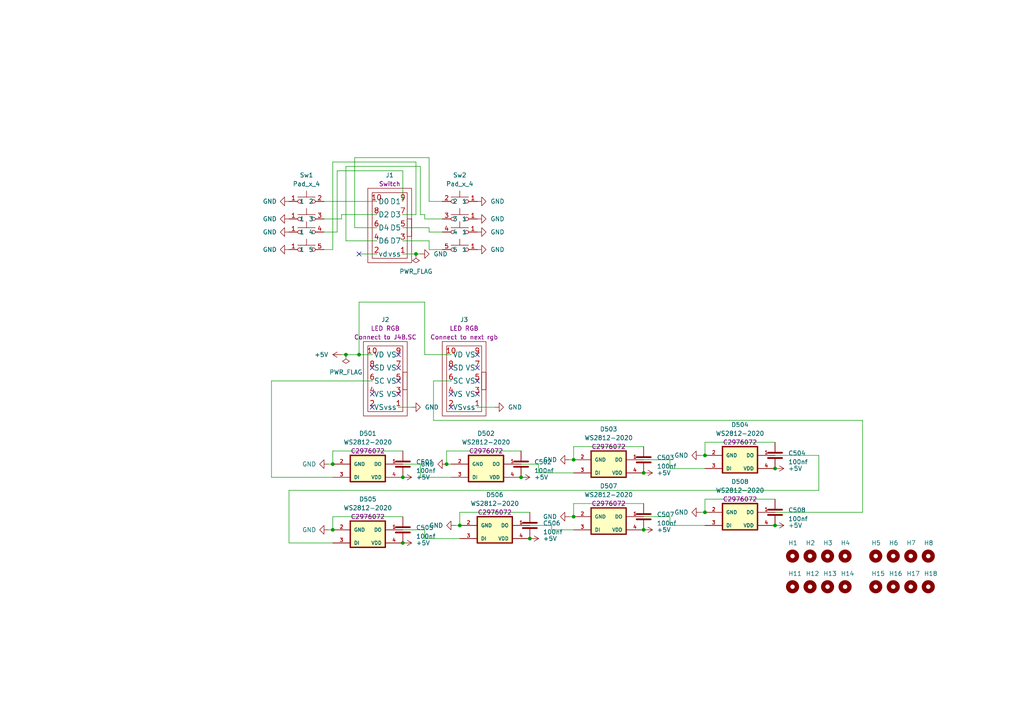
<source format=kicad_sch>
(kicad_sch (version 20230121) (generator eeschema)
  (paper "A4")
  (lib_symbols
    (symbol "IDC-Header_2x05_P2.54mm_Vertical_1"
      (property "Reference" "J2" (at 0 17.78 0))
      (property "Champ4" "LED RGB" (at 0 15.24 0))
      (property "Champ5" "Connect to J4B.SC" (at 0 12.7 0))
      (symbol "IDC-Header_2x05_P2.54mm_Vertical_1_0_1"
        (rectangle (start -6.35 -10.16) (end 6.35 11.43))
        (rectangle (start -5.08 -8.89) (end 5.08 10.16))
        (rectangle (start 5.08 -2.54) (end 6.35 2.54))
      )
      (symbol "IDC-Header_2x05_P2.54mm_Vertical_1_1_1"
        (pin passive line (at 3.81 -7.62 180) (length 0) (name "vss") (number "1"))
        (pin passive line (at -3.81 7.62 0) (length 0) (name "VD") (number "10"))
        (pin passive line (at -3.81 -7.62 0) (length 0) (name "VS") (number "2"))
        (pin passive line (at 3.81 -3.81 180) (length 0) (name "VS") (number "3"))
        (pin passive line (at -3.81 -3.81 0) (length 0) (name "VS") (number "4"))
        (pin passive line (at 3.81 0 180) (length 0) (name "VS") (number "5"))
        (pin passive line (at -3.81 0 0) (length 0) (name "SC") (number "6"))
        (pin passive line (at 3.81 3.81 180) (length 0) (name "VS") (number "7"))
        (pin passive line (at -3.81 3.81 0) (length 0) (name "SD") (number "8"))
        (pin passive line (at 3.81 7.62 180) (length 0) (name "VS") (number "9"))
      )
    )
    (symbol "Mechanical:MountingHole" (pin_names (offset 1.016))
      (property "Reference" "H" (at 0 5.08 0))
      (property "Value" "MountingHole" (at 0 3.175 0))
      (symbol "MountingHole_0_1"
        (circle (center 0 0) (radius 1.27) (stroke (width 1.27)))
      )
    )
    (symbol "ksir_2023:C-100nf" (pin_numbers hide) (pin_names (offset 0.254))
      (property "Reference" "C1" (at 3.81 1.2701 0))
      (property "Value" "100nf" (at 3.81 -1.2699 0))
      (symbol "C-100nf_0_1"
        (polyline (pts (xy -2.032 -0.762) (xy 2.032 -0.762)) (stroke (width 0.508)))
        (polyline (pts (xy -2.032 0.762) (xy 2.032 0.762)) (stroke (width 0.508)))
      )
      (symbol "C-100nf_1_1"
        (pin passive line (at 0 3.81 270) (length 2.794) (name "~") (number "1"))
        (pin passive line (at 0 -3.81 90) (length 2.794) (name "~") (number "2"))
      )
    )
    (symbol "ksir_2023:IDC-Header_2x05_P2.54mm_Vertical"
      (property "Reference" "J?" (at 0 16.51 0))
      (property "Value" "IDC-Header_2x05_P2.54mm_Vertical" (at 0 13.97 0))
      (symbol "IDC-Header_2x05_P2.54mm_Vertical_0_1"
        (rectangle (start -6.35 -10.16) (end 6.35 11.43))
        (rectangle (start -5.08 -8.89) (end 5.08 10.16))
        (rectangle (start 5.08 -2.54) (end 6.35 2.54))
      )
      (symbol "IDC-Header_2x05_P2.54mm_Vertical_1_1"
        (pin passive line (at 3.81 -7.62 180) (length 0) (name "vss") (number "1"))
        (pin passive line (at -3.81 7.62 0) (length 0) (name "D0") (number "10"))
        (pin passive line (at -3.81 -7.62 0) (length 0) (name "vd") (number "2"))
        (pin passive line (at 3.81 -3.81 180) (length 0) (name "D7") (number "3"))
        (pin passive line (at -3.81 -3.81 0) (length 0) (name "D6") (number "4"))
        (pin passive line (at 3.81 0 180) (length 0) (name "D5") (number "5"))
        (pin passive line (at -3.81 0 0) (length 0) (name "D4") (number "6"))
        (pin passive line (at 3.81 3.81 180) (length 0) (name "D3") (number "7"))
        (pin passive line (at -3.81 3.81 0) (length 0) (name "D2") (number "8"))
        (pin passive line (at 3.81 7.62 180) (length 0) (name "D1") (number "9"))
      )
    )
    (symbol "ksir_2023:Pad_x_4"
      (property "Reference" "Sw" (at 0 8.89 0))
      (property "Value" "Pad_x_4" (at 0 7.62 0))
      (symbol "Pad_x_4_0_1"
        (circle (center -2.032 -11.43) (radius 0.508))
        (circle (center -2.032 -6.35) (radius 0.508))
        (circle (center -2.032 -2.54) (radius 0.508))
        (circle (center -2.032 2.54) (radius 0.508))
        (polyline (pts (xy 0 -10.16) (xy 0 -8.382)))
        (polyline (pts (xy 0 -5.08) (xy 0 -3.302)))
        (polyline (pts (xy 0 -1.27) (xy 0 0.508)))
        (polyline (pts (xy 0 3.81) (xy 0 5.588)))
        (polyline (pts (xy 2.54 -10.16) (xy -2.54 -10.16)))
        (polyline (pts (xy 2.54 -5.08) (xy -2.54 -5.08)))
        (polyline (pts (xy 2.54 -1.27) (xy -2.54 -1.27)))
        (polyline (pts (xy 2.54 3.81) (xy -2.54 3.81)))
        (circle (center 2.032 -11.43) (radius 0.508))
        (circle (center 2.032 -6.35) (radius 0.508))
        (circle (center 2.032 -2.54) (radius 0.508))
        (circle (center 2.032 2.54) (radius 0.508))
        (pin passive line (at -5.08 -11.43 0) (length 2.54) (name "1") (number "1"))
        (pin passive line (at -5.08 -6.35 0) (length 2.54) (name "1") (number "1"))
        (pin passive line (at -5.08 -2.54 0) (length 2.54) (name "1") (number "1"))
        (pin passive line (at -5.08 2.54 0) (length 2.54) (name "1") (number "1"))
        (pin passive line (at 5.08 2.54 180) (length 2.54) (name "2") (number "2"))
        (pin passive line (at 5.08 -2.54 180) (length 2.54) (name "3") (number "3"))
        (pin passive line (at 5.08 -6.35 180) (length 2.54) (name "4") (number "4"))
        (pin passive line (at 5.08 -11.43 180) (length 2.54) (name "5") (number "5"))
      )
    )
    (symbol "ksir_2023:WS2812-2020_1" (pin_names (offset 1.016))
      (property "Reference" "D1" (at 0 8.89 0))
      (property "Value" "WS2812-2020" (at 0 6.35 0))
      (property "JLCPCB Part #" "C2976072" (at 0 0 0))
      (symbol "WS2812-2020_1_0_0"
        (rectangle (start -5.08 3.81) (end 5.08 -3.81) (stroke (width 0.4064)) (fill (type background)))
        (pin output line (at 10.16 1.27 180) (length 5.08) (name "DO") (number "1"))
        (pin power_in line (at -10.16 1.27 0) (length 5.08) (name "GND") (number "2"))
        (pin input line (at -10.16 -2.54 0) (length 5.08) (name "DI") (number "3"))
        (pin power_in line (at 10.16 -2.54 180) (length 5.08) (name "VDD") (number "4"))
      )
    )
    (symbol "power:+5V" (power) (pin_names (offset 0))
      (property "Value" "+5V" (at 0 3.556 0))
      (symbol "+5V_0_1"
        (polyline (pts (xy -0.762 1.27) (xy 0 2.54)))
        (polyline (pts (xy 0 0) (xy 0 2.54)))
        (polyline (pts (xy 0 2.54) (xy 0.762 1.27)))
      )
      (symbol "+5V_1_1"
        (pin power_in line (at 0 0 90) (length 0) hide (name "+5V") (number "1"))
      )
    )
    (symbol "power:GND" (power) (pin_names (offset 0))
      (property "Value" "GND" (at 0 -3.81 0))
      (symbol "GND_0_1"
        (polyline (pts (xy 0 0) (xy 0 -1.27) (xy 1.27 -1.27) (xy 0 -2.54) (xy -1.27 -1.27) (xy 0 -1.27)))
      )
      (symbol "GND_1_1"
        (pin power_in line (at 0 0 270) (length 0) hide (name "GND") (number "1"))
      )
    )
    (symbol "power:PWR_FLAG" (power) (pin_numbers hide) (pin_names (offset 0) hide)
      (property "Value" "PWR_FLAG" (at 0 3.81 0))
      (symbol "PWR_FLAG_0_0"
        (pin power_out line (at 0 0 90) (length 0) (name "pwr") (number "1"))
      )
      (symbol "PWR_FLAG_0_1"
        (polyline (pts (xy 0 0) (xy 0 1.27) (xy -1.016 1.905) (xy 0 2.54) (xy 1.016 1.905) (xy 0 1.27)))
      )
    )
  )
  (junction (at 129.54 134.62))
  (junction (at 104.14 102.87))
  (junction (at 133.35 152.4))
  (junction (at 186.69 137.16))
  (junction (at 100.33 102.87))
  (junction (at 96.52 134.62))
  (junction (at 224.79 135.89))
  (junction (at 166.37 149.86))
  (junction (at 116.84 138.43))
  (junction (at 151.13 138.43))
  (junction (at 96.52 153.67))
  (junction (at 153.67 156.21))
  (junction (at 166.37 133.35))
  (junction (at 204.47 148.59))
  (junction (at 224.79 152.4))
  (junction (at 116.84 157.48))
  (junction (at 186.69 153.67))
  (junction (at 120.65 73.66))
  (junction (at 204.47 132.08))
  (no_connect (at 115.57 102.87))
  (no_connect (at 138.43 102.87))
  (no_connect (at 107.95 106.68))
  (no_connect (at 115.57 114.3))
  (no_connect (at 115.57 110.49))
  (no_connect (at 104.14 73.66))
  (no_connect (at 138.43 114.3))
  (no_connect (at 115.57 106.68))
  (no_connect (at 130.81 118.11))
  (no_connect (at 138.43 110.49))
  (no_connect (at 130.81 106.68))
  (no_connect (at 138.43 106.68))
  (no_connect (at 107.95 114.3))
  (no_connect (at 130.81 114.3))
  (no_connect (at 107.95 118.11))
  (wire (pts (xy 95.25 153.67) (xy 96.52 153.67)))
  (wire (pts (xy 224.79 128.27) (xy 204.47 128.27)))
  (wire (pts (xy 166.37 129.54) (xy 166.37 133.35)))
  (wire (pts (xy 194.31 149.86) (xy 194.31 152.4)))
  (wire (pts (xy 130.81 102.87) (xy 123.19 102.87)))
  (wire (pts (xy 78.74 110.49) (xy 78.74 138.43)))
  (wire (pts (xy 224.79 148.59) (xy 250.19 148.59)))
  (wire (pts (xy 104.14 102.87) (xy 107.95 102.87)))
  (wire (pts (xy 99.06 62.23) (xy 109.22 62.23)))
  (wire (pts (xy 83.82 142.24) (xy 83.82 157.48)))
  (wire (pts (xy 194.31 152.4) (xy 204.47 152.4)))
  (wire (pts (xy 124.46 45.72) (xy 102.87 45.72)))
  (wire (pts (xy 104.14 87.63) (xy 104.14 102.87)))
  (wire (pts (xy 124.46 58.42) (xy 124.46 45.72)))
  (wire (pts (xy 151.13 130.81) (xy 129.54 130.81)))
  (wire (pts (xy 186.69 129.54) (xy 166.37 129.54)))
  (wire (pts (xy 153.67 152.4) (xy 160.02 152.4)))
  (wire (pts (xy 203.2 132.08) (xy 204.47 132.08)))
  (wire (pts (xy 96.52 130.81) (xy 96.52 134.62)))
  (wire (pts (xy 160.02 153.67) (xy 166.37 153.67)))
  (wire (pts (xy 160.02 152.4) (xy 160.02 153.67)))
  (wire (pts (xy 116.84 66.04) (xy 124.46 66.04)))
  (wire (pts (xy 204.47 128.27) (xy 204.47 132.08)))
  (wire (pts (xy 121.92 48.26) (xy 100.33 48.26)))
  (wire (pts (xy 166.37 146.05) (xy 166.37 149.86)))
  (wire (pts (xy 93.98 72.39) (xy 96.52 72.39)))
  (wire (pts (xy 119.38 118.11) (xy 115.57 118.11)))
  (wire (pts (xy 123.19 102.87) (xy 123.19 87.63)))
  (wire (pts (xy 99.06 102.87) (xy 100.33 102.87)))
  (wire (pts (xy 125.73 121.92) (xy 125.73 110.49)))
  (wire (pts (xy 121.92 62.23) (xy 123.19 62.23)))
  (wire (pts (xy 125.73 110.49) (xy 130.81 110.49)))
  (wire (pts (xy 102.87 45.72) (xy 102.87 66.04)))
  (wire (pts (xy 156.21 137.16) (xy 166.37 137.16)))
  (wire (pts (xy 203.2 148.59) (xy 204.47 148.59)))
  (wire (pts (xy 153.67 148.59) (xy 133.35 148.59)))
  (wire (pts (xy 120.65 62.23) (xy 116.84 62.23)))
  (wire (pts (xy 133.35 148.59) (xy 133.35 152.4)))
  (wire (pts (xy 186.69 146.05) (xy 166.37 146.05)))
  (wire (pts (xy 93.98 58.42) (xy 109.22 58.42)))
  (wire (pts (xy 83.82 157.48) (xy 96.52 157.48)))
  (wire (pts (xy 121.92 73.66) (xy 120.65 73.66)))
  (wire (pts (xy 123.19 87.63) (xy 104.14 87.63)))
  (wire (pts (xy 97.79 49.53) (xy 97.79 67.31)))
  (wire (pts (xy 116.84 149.86) (xy 96.52 149.86)))
  (wire (pts (xy 99.06 63.5) (xy 93.98 63.5)))
  (wire (pts (xy 124.46 72.39) (xy 128.27 72.39)))
  (wire (pts (xy 116.84 58.42) (xy 116.84 49.53)))
  (wire (pts (xy 116.84 134.62) (xy 121.92 134.62)))
  (wire (pts (xy 95.25 134.62) (xy 96.52 134.62)))
  (wire (pts (xy 128.27 58.42) (xy 124.46 58.42)))
  (wire (pts (xy 102.87 66.04) (xy 109.22 66.04)))
  (wire (pts (xy 100.33 102.87) (xy 104.14 102.87)))
  (wire (pts (xy 116.84 49.53) (xy 97.79 49.53)))
  (wire (pts (xy 186.69 133.35) (xy 194.31 133.35)))
  (wire (pts (xy 124.46 67.31) (xy 128.27 67.31)))
  (wire (pts (xy 124.46 69.85) (xy 124.46 72.39)))
  (wire (pts (xy 194.31 135.89) (xy 204.47 135.89)))
  (wire (pts (xy 143.51 118.11) (xy 138.43 118.11)))
  (wire (pts (xy 123.19 156.21) (xy 133.35 156.21)))
  (wire (pts (xy 151.13 134.62) (xy 156.21 134.62)))
  (wire (pts (xy 123.19 153.67) (xy 123.19 156.21)))
  (wire (pts (xy 100.33 69.85) (xy 109.22 69.85)))
  (wire (pts (xy 78.74 138.43) (xy 96.52 138.43)))
  (wire (pts (xy 186.69 149.86) (xy 194.31 149.86)))
  (wire (pts (xy 129.54 134.62) (xy 130.81 134.62)))
  (wire (pts (xy 120.65 73.66) (xy 116.84 73.66)))
  (wire (pts (xy 237.49 142.24) (xy 83.82 142.24)))
  (wire (pts (xy 250.19 121.92) (xy 125.73 121.92)))
  (wire (pts (xy 128.27 63.5) (xy 123.19 63.5)))
  (wire (pts (xy 224.79 144.78) (xy 204.47 144.78)))
  (wire (pts (xy 237.49 132.08) (xy 237.49 142.24)))
  (wire (pts (xy 121.92 138.43) (xy 130.81 138.43)))
  (wire (pts (xy 99.06 62.23) (xy 99.06 63.5)))
  (wire (pts (xy 194.31 133.35) (xy 194.31 135.89)))
  (wire (pts (xy 123.19 63.5) (xy 123.19 62.23)))
  (wire (pts (xy 204.47 144.78) (xy 204.47 148.59)))
  (wire (pts (xy 165.1 149.86) (xy 166.37 149.86)))
  (wire (pts (xy 100.33 48.26) (xy 100.33 69.85)))
  (wire (pts (xy 116.84 153.67) (xy 123.19 153.67)))
  (wire (pts (xy 224.79 132.08) (xy 237.49 132.08)))
  (wire (pts (xy 97.79 67.31) (xy 93.98 67.31)))
  (wire (pts (xy 116.84 130.81) (xy 96.52 130.81)))
  (wire (pts (xy 250.19 148.59) (xy 250.19 121.92)))
  (wire (pts (xy 96.52 46.99) (xy 120.65 46.99)))
  (wire (pts (xy 120.65 46.99) (xy 120.65 62.23)))
  (wire (pts (xy 124.46 66.04) (xy 124.46 67.31)))
  (wire (pts (xy 121.92 134.62) (xy 121.92 138.43)))
  (wire (pts (xy 107.95 110.49) (xy 78.74 110.49)))
  (wire (pts (xy 116.84 69.85) (xy 124.46 69.85)))
  (wire (pts (xy 132.08 152.4) (xy 133.35 152.4)))
  (wire (pts (xy 96.52 149.86) (xy 96.52 153.67)))
  (wire (pts (xy 156.21 134.62) (xy 156.21 137.16)))
  (wire (pts (xy 121.92 62.23) (xy 121.92 48.26)))
  (wire (pts (xy 129.54 130.81) (xy 129.54 134.62)))
  (wire (pts (xy 104.14 73.66) (xy 109.22 73.66)))
  (wire (pts (xy 165.1 133.35) (xy 166.37 133.35)))
  (wire (pts (xy 96.52 72.39) (xy 96.52 46.99)))
  (symbol (lib_id "power:PWR_FLAG") (at 120.65 73.66 180) (unit 1)
    (property "Reference" "#FLG02" (effects hide))
    (property "Value" "PWR_FLAG" (at 120.65 78.74 0))
  )
  (symbol (lib_id "power:GND") (at 138.43 58.42 90) (unit 1)
    (property "Reference" "#PWR0105" (effects hide))
    (property "Value" "GND" (at 142.24 58.4199 90) (effects (justify right)))
  )
  (symbol (lib_id "ksir_2023:Pad_x_4") (at 88.9 60.96 0) (unit 1)
    (property "Reference" "Sw1" (at 88.9 50.8 0))
    (property "Value" "Pad_x_4" (at 88.9 53.34 0))
    (property "Footprint" "ksir 2022:Pad x 4" (effects hide))
  )
  (symbol (lib_id "ksir_2023:WS2812-2020_1") (at 176.53 151.13 0) (unit 1)
    (property "Reference" "D507" (at 176.53 140.97 0))
    (property "Value" "WS2812-2020" (at 176.53 143.51 0))
    (property "Footprint" "ksir 2022:LED_WS2812B-2020_PLCC4_2.0x2.0mm" (effects hide))
    (property "STANDARD" "Manufacturer Recommendations" (effects hide))
    (property "MANUFACTURER" "Worldsemi" (effects hide))
    (property "JLCPCB Part #" "C2976072" (at 176.53 146.05 0))
  )
  (symbol (lib_id "ksir_2023:WS2812-2020_1") (at 176.53 134.62 0) (unit 1)
    (property "Reference" "D503" (at 176.53 124.46 0))
    (property "Value" "WS2812-2020" (at 176.53 127 0))
    (property "Footprint" "ksir 2022:LED_WS2812B-2020_PLCC4_2.0x2.0mm" (effects hide))
    (property "STANDARD" "Manufacturer Recommendations" (effects hide))
    (property "MANUFACTURER" "Worldsemi" (effects hide))
    (property "JLCPCB Part #" "C2976072" (at 176.53 129.54 0))
  )
  (symbol (lib_id "power:GND") (at 165.1 149.86 270) (unit 1)
    (property "Reference" "#PWR0127" (effects hide))
    (property "Value" "GND" (at 157.48 149.86 90) (effects (justify left)))
  )
  (symbol (lib_id "Mechanical:MountingHole") (at 254 161.29 0) (unit 1)
    (property "Reference" "H5" (at 252.73 157.48 0) (effects (justify left)))
    (property "Value" "MountingHole" (effects hide))
    (property "Footprint" "MountingHole:MountingHole_2.2mm_M2" (effects hide))
  )
  (symbol (lib_id "ksir_2023:WS2812-2020_1") (at 106.68 154.94 0) (unit 1)
    (property "Reference" "D505" (at 106.68 144.78 0))
    (property "Value" "WS2812-2020" (at 106.68 147.32 0))
    (property "Footprint" "ksir 2022:LED_WS2812B-2020_PLCC4_2.0x2.0mm" (effects hide))
    (property "STANDARD" "Manufacturer Recommendations" (effects hide))
    (property "MANUFACTURER" "Worldsemi" (effects hide))
    (property "JLCPCB Part #" "C2976072" (at 106.68 149.86 0))
  )
  (symbol (lib_id "power:+5V") (at 116.84 138.43 270) (unit 1)
    (property "Reference" "#PWR0112" (effects hide))
    (property "Value" "+5V" (at 120.65 138.4299 90) (effects (justify left)))
  )
  (symbol (lib_id "ksir_2023:C-100nf") (at 151.13 134.62 0) (unit 1)
    (property "Reference" "C502" (at 154.94 133.985 0) (effects (justify left)))
    (property "Value" "100nf" (at 154.94 136.525 0) (effects (justify left)))
    (property "Footprint" "ksir 2022:CAPC1005X55N" (effects hide))
    (property "Champ4" "CL05B104KO5NNNC" (effects hide))
    (property "JLCPCB Part #" "C1525" (effects hide))
  )
  (symbol (lib_id "ksir_2023:WS2812-2020_1") (at 214.63 149.86 0) (unit 1)
    (property "Reference" "D508" (at 214.63 139.7 0))
    (property "Value" "WS2812-2020" (at 214.63 142.24 0))
    (property "Footprint" "ksir 2022:LED_WS2812B-2020_PLCC4_2.0x2.0mm" (effects hide))
    (property "STANDARD" "Manufacturer Recommendations" (effects hide))
    (property "MANUFACTURER" "Worldsemi" (effects hide))
    (property "JLCPCB Part #" "C2976072" (at 214.63 144.78 0))
  )
  (symbol (lib_id "ksir_2023:C-100nf") (at 116.84 134.62 0) (unit 1)
    (property "Reference" "C501" (at 120.65 133.985 0) (effects (justify left)))
    (property "Value" "100nf" (at 120.65 136.525 0) (effects (justify left)))
    (property "Footprint" "Capacitor_SMD:C_0402_1005Metric" (effects hide))
    (property "Champ4" "CL05B104KO5NNNC" (effects hide))
    (property "JLCPCB Part #" "C1525" (effects hide))
  )
  (symbol (lib_id "Mechanical:MountingHole") (at 234.95 161.29 0) (unit 1)
    (property "Reference" "H2" (at 233.68 157.48 0) (effects (justify left)))
    (property "Value" "MountingHole" (effects hide))
    (property "Footprint" "MountingHole:MountingHole_2.2mm_M2" (effects hide))
  )
  (symbol (lib_id "ksir_2023:C-100nf") (at 186.69 133.35 0) (unit 1)
    (property "Reference" "C503" (at 190.5 132.715 0) (effects (justify left)))
    (property "Value" "100nf" (at 190.5 135.255 0) (effects (justify left)))
    (property "Footprint" "ksir 2022:CAPC1005X55N" (effects hide))
    (property "Champ4" "CL05B104KO5NNNC" (effects hide))
    (property "JLCPCB Part #" "C1525" (effects hide))
  )
  (symbol (lib_id "Mechanical:MountingHole") (at 264.16 170.18 0) (unit 1)
    (property "Reference" "H17" (at 262.89 166.37 0) (effects (justify left)))
    (property "Value" "MountingHole" (effects hide))
    (property "Footprint" "MountingHole:MountingHole_3mm" (effects hide))
  )
  (symbol (lib_id "power:+5V") (at 153.67 156.21 270) (unit 1)
    (property "Reference" "#PWR0126" (effects hide))
    (property "Value" "+5V" (at 157.48 156.2099 90) (effects (justify left)))
  )
  (symbol (lib_id "power:GND") (at 95.25 134.62 270) (unit 1)
    (property "Reference" "#PWR0114" (effects hide))
    (property "Value" "GND" (at 87.63 134.62 90) (effects (justify left)))
  )
  (symbol (lib_id "Mechanical:MountingHole") (at 269.24 161.29 0) (unit 1)
    (property "Reference" "H8" (at 267.97 157.48 0) (effects (justify left)))
    (property "Value" "MountingHole" (effects hide))
    (property "Footprint" "MountingHole:MountingHole_2.2mm_M2" (effects hide))
  )
  (symbol (lib_id "power:GND") (at 203.2 132.08 270) (unit 1)
    (property "Reference" "#PWR0123" (effects hide))
    (property "Value" "GND" (at 195.58 132.08 90) (effects (justify left)))
  )
  (symbol (lib_id "power:GND") (at 129.54 134.62 270) (unit 1)
    (property "Reference" "#PWR0116" (effects hide))
    (property "Value" "GND" (at 121.92 134.62 90) (effects (justify left)))
  )
  (symbol (lib_id "power:GND") (at 138.43 72.39 90) (unit 1)
    (property "Reference" "#PWR0102" (effects hide))
    (property "Value" "GND" (at 142.24 72.3899 90) (effects (justify right)))
  )
  (symbol (lib_id "power:GND") (at 119.38 118.11 90) (unit 1)
    (property "Reference" "#PWR0128" (effects hide))
    (property "Value" "GND" (at 123.19 118.1099 90) (effects (justify right)))
  )
  (symbol (lib_id "Mechanical:MountingHole") (at 234.95 170.18 0) (unit 1)
    (property "Reference" "H12" (at 233.68 166.37 0) (effects (justify left)))
    (property "Value" "MountingHole" (effects hide))
    (property "Footprint" "MountingHole:MountingHole_3mm" (effects hide))
  )
  (symbol (lib_id "power:+5V") (at 116.84 157.48 270) (unit 1)
    (property "Reference" "#PWR0113" (effects hide))
    (property "Value" "+5V" (at 120.65 157.4799 90) (effects (justify left)))
  )
  (symbol (lib_id "Mechanical:MountingHole") (at 240.03 161.29 0) (unit 1)
    (property "Reference" "H3" (at 238.76 157.48 0) (effects (justify left)))
    (property "Value" "MountingHole" (effects hide))
    (property "Footprint" "MountingHole:MountingHole_2.2mm_M2" (effects hide))
  )
  (symbol (lib_id "ksir_2023:C-100nf") (at 224.79 148.59 0) (unit 1)
    (property "Reference" "C508" (at 228.6 147.955 0) (effects (justify left)))
    (property "Value" "100nf" (at 228.6 150.495 0) (effects (justify left)))
    (property "Footprint" "ksir 2022:CAPC1005X55N" (effects hide))
    (property "Champ4" "CL05B104KO5NNNC" (effects hide))
    (property "JLCPCB Part #" "C1525" (effects hide))
  )
  (symbol (lib_id "Mechanical:MountingHole") (at 264.16 161.29 0) (unit 1)
    (property "Reference" "H7" (at 262.89 157.48 0) (effects (justify left)))
    (property "Value" "MountingHole" (effects hide))
    (property "Footprint" "MountingHole:MountingHole_2.2mm_M2" (effects hide))
  )
  (symbol (lib_id "power:GND") (at 138.43 63.5 90) (unit 1)
    (property "Reference" "#PWR0104" (effects hide))
    (property "Value" "GND" (at 142.24 63.4999 90) (effects (justify right)))
  )
  (symbol (lib_id "power:GND") (at 83.82 72.39 270) (unit 1)
    (property "Reference" "#PWR0108" (effects hide))
    (property "Value" "GND" (at 76.2 72.39 90) (effects (justify left)))
  )
  (symbol (lib_id "Mechanical:MountingHole") (at 254 170.18 0) (unit 1)
    (property "Reference" "H15" (at 252.73 166.37 0) (effects (justify left)))
    (property "Value" "MountingHole" (effects hide))
    (property "Footprint" "MountingHole:MountingHole_3mm" (effects hide))
  )
  (symbol (lib_id "power:GND") (at 83.82 63.5 270) (unit 1)
    (property "Reference" "#PWR0109" (effects hide))
    (property "Value" "GND" (at 76.2 63.5 90) (effects (justify left)))
  )
  (symbol (lib_id "power:+5V") (at 224.79 152.4 270) (unit 1)
    (property "Reference" "#PWR0118" (effects hide))
    (property "Value" "+5V" (at 228.6 152.3999 90) (effects (justify left)))
  )
  (symbol (lib_id "power:GND") (at 121.92 73.66 90) (unit 1)
    (property "Reference" "#PWR0101" (effects hide))
    (property "Value" "GND" (at 125.73 73.6599 90) (effects (justify right)))
  )
  (symbol (lib_id "Mechanical:MountingHole") (at 259.08 161.29 0) (unit 1)
    (property "Reference" "H6" (at 257.81 157.48 0) (effects (justify left)))
    (property "Value" "MountingHole" (effects hide))
    (property "Footprint" "MountingHole:MountingHole_2.2mm_M2" (effects hide))
  )
  (symbol (lib_id "power:GND") (at 203.2 148.59 270) (unit 1)
    (property "Reference" "#PWR0125" (effects hide))
    (property "Value" "GND" (at 195.58 148.59 90) (effects (justify left)))
  )
  (symbol (lib_id "ksir_2023:C-100nf") (at 116.84 153.67 0) (unit 1)
    (property "Reference" "C505" (at 120.65 153.035 0) (effects (justify left)))
    (property "Value" "100nf" (at 120.65 155.575 0) (effects (justify left)))
    (property "Footprint" "ksir 2022:CAPC1005X55N" (effects hide))
    (property "Champ4" "CL05B104KO5NNNC" (effects hide))
    (property "JLCPCB Part #" "C1525" (effects hide))
  )
  (symbol (lib_id "power:+5V") (at 99.06 102.87 90) (unit 1)
    (property "Reference" "#PWR0106" (effects hide))
    (property "Value" "+5V" (at 95.25 102.8699 90) (effects (justify left)))
  )
  (symbol (lib_id "power:+5V") (at 186.69 153.67 270) (unit 1)
    (property "Reference" "#PWR0122" (effects hide))
    (property "Value" "+5V" (at 190.5 153.6699 90) (effects (justify left)))
  )
  (symbol (lib_id "Mechanical:MountingHole") (at 229.87 170.18 0) (unit 1)
    (property "Reference" "H11" (at 228.6 166.37 0) (effects (justify left)))
    (property "Value" "MountingHole" (effects hide))
    (property "Footprint" "MountingHole:MountingHole_3mm" (effects hide))
  )
  (symbol (lib_name "IDC-Header_2x05_P2.54mm_Vertical_1") (lib_id "ksir_2023:IDC-Header_2x05_P2.54mm_Vertical") (at 111.76 110.49 0) (unit 1)
    (property "Reference" "J2" (at 111.76 92.71 0))
    (property "Value" "IDC-Header_2x05_P2.54mm_Vertical" (effects hide))
    (property "Footprint" "Connector_IDC:IDC-Header_2x05_P2.54mm_Vertical" (effects hide))
    (property "Champ4" "LED RGB" (at 111.76 95.25 0))
    (property "Champ5" "Connect to J4B.SC" (at 111.76 97.79 0))
  )
  (symbol (lib_id "ksir_2023:Pad_x_4") (at 133.35 60.96 0) (mirror y) (unit 1)
    (property "Reference" "Sw2" (at 133.35 50.8 0))
    (property "Value" "Pad_x_4" (at 133.35 53.34 0))
    (property "Footprint" "ksir 2022:Pad x 4" (effects hide))
  )
  (symbol (lib_id "Mechanical:MountingHole") (at 245.11 161.29 0) (unit 1)
    (property "Reference" "H4" (at 243.84 157.48 0) (effects (justify left)))
    (property "Value" "MountingHole" (effects hide))
    (property "Footprint" "MountingHole:MountingHole_2.2mm_M2" (effects hide))
  )
  (symbol (lib_id "Mechanical:MountingHole") (at 245.11 170.18 0) (unit 1)
    (property "Reference" "H14" (at 243.84 166.37 0) (effects (justify left)))
    (property "Value" "MountingHole" (effects hide))
    (property "Footprint" "MountingHole:MountingHole_3mm" (effects hide))
  )
  (symbol (lib_id "power:GND") (at 138.43 67.31 90) (unit 1)
    (property "Reference" "#PWR0103" (effects hide))
    (property "Value" "GND" (at 142.24 67.3099 90) (effects (justify right)))
  )
  (symbol (lib_id "power:PWR_FLAG") (at 100.33 102.87 180) (unit 1)
    (property "Reference" "#FLG03" (effects hide))
    (property "Value" "PWR_FLAG" (at 100.33 107.95 0))
  )
  (symbol (lib_id "power:GND") (at 83.82 58.42 270) (unit 1)
    (property "Reference" "#PWR0110" (effects hide))
    (property "Value" "GND" (at 76.2 58.42 90) (effects (justify left)))
  )
  (symbol (lib_id "ksir_2023:WS2812-2020_1") (at 143.51 153.67 0) (unit 1)
    (property "Reference" "D506" (at 143.51 143.51 0))
    (property "Value" "WS2812-2020" (at 143.51 146.05 0))
    (property "Footprint" "ksir 2022:LED_WS2812B-2020_PLCC4_2.0x2.0mm" (effects hide))
    (property "STANDARD" "Manufacturer Recommendations" (effects hide))
    (property "MANUFACTURER" "Worldsemi" (effects hide))
    (property "JLCPCB Part #" "C2976072" (at 143.51 148.59 0))
  )
  (symbol (lib_id "Mechanical:MountingHole") (at 269.24 170.18 0) (unit 1)
    (property "Reference" "H18" (at 267.97 166.37 0) (effects (justify left)))
    (property "Value" "MountingHole" (effects hide))
    (property "Footprint" "MountingHole:MountingHole_3mm" (effects hide))
  )
  (symbol (lib_id "power:GND") (at 132.08 152.4 270) (unit 1)
    (property "Reference" "#PWR0117" (effects hide))
    (property "Value" "GND" (at 124.46 152.4 90) (effects (justify left)))
  )
  (symbol (lib_id "power:+5V") (at 151.13 138.43 270) (unit 1)
    (property "Reference" "#PWR0120" (effects hide))
    (property "Value" "+5V" (at 154.94 138.4299 90) (effects (justify left)))
  )
  (symbol (lib_id "ksir_2023:WS2812-2020_1") (at 106.68 135.89 0) (unit 1)
    (property "Reference" "D501" (at 106.68 125.73 0))
    (property "Value" "WS2812-2020" (at 106.68 128.27 0))
    (property "Footprint" "ksir 2022:LED_WS2812B-2020_PLCC4_2.0x2.0mm" (effects hide))
    (property "STANDARD" "Manufacturer Recommendations" (effects hide))
    (property "MANUFACTURER" "Worldsemi" (effects hide))
    (property "JLCPCB Part #" "C2976072" (at 106.68 130.81 0))
  )
  (symbol (lib_id "ksir_2023:WS2812-2020_1") (at 140.97 135.89 0) (unit 1)
    (property "Reference" "D502" (at 140.97 125.73 0))
    (property "Value" "WS2812-2020" (at 140.97 128.27 0))
    (property "Footprint" "ksir 2022:LED_WS2812B-2020_PLCC4_2.0x2.0mm" (effects hide))
    (property "STANDARD" "Manufacturer Recommendations" (effects hide))
    (property "MANUFACTURER" "Worldsemi" (effects hide))
    (property "JLCPCB Part #" "C2976072" (at 140.97 130.81 0))
  )
  (symbol (lib_id "power:GND") (at 165.1 133.35 270) (unit 1)
    (property "Reference" "#PWR0121" (effects hide))
    (property "Value" "GND" (at 157.48 133.35 90) (effects (justify left)))
  )
  (symbol (lib_id "power:GND") (at 83.82 67.31 270) (unit 1)
    (property "Reference" "#PWR0111" (effects hide))
    (property "Value" "GND" (at 76.2 67.31 90) (effects (justify left)))
  )
  (symbol (lib_id "ksir_2023:IDC-Header_2x05_P2.54mm_Vertical") (at 113.03 66.04 0) (unit 1)
    (property "Reference" "J1" (at 113.03 50.8 0))
    (property "Value" "IDC-Header_2x05_P2.54mm_Vertical" (effects hide))
    (property "Footprint" "Connector_IDC:IDC-Header_2x05_P2.54mm_Vertical" (effects hide))
    (property "Champ4" "Switch" (at 113.03 53.34 0))
  )
  (symbol (lib_id "Mechanical:MountingHole") (at 259.08 170.18 0) (unit 1)
    (property "Reference" "H16" (at 257.81 166.37 0) (effects (justify left)))
    (property "Value" "MountingHole" (effects hide))
    (property "Footprint" "MountingHole:MountingHole_3mm" (effects hide))
  )
  (symbol (lib_id "ksir_2023:WS2812-2020_1") (at 214.63 133.35 0) (unit 1)
    (property "Reference" "D504" (at 214.63 123.19 0))
    (property "Value" "WS2812-2020" (at 214.63 125.73 0))
    (property "Footprint" "ksir 2022:LED_WS2812B-2020_PLCC4_2.0x2.0mm" (effects hide))
    (property "STANDARD" "Manufacturer Recommendations" (effects hide))
    (property "MANUFACTURER" "Worldsemi" (effects hide))
    (property "JLCPCB Part #" "C2976072" (at 214.63 128.27 0))
  )
  (symbol (lib_id "power:+5V") (at 224.79 135.89 270) (unit 1)
    (property "Reference" "#PWR0119" (effects hide))
    (property "Value" "+5V" (at 228.6 135.8899 90) (effects (justify left)))
  )
  (symbol (lib_id "ksir_2023:C-100nf") (at 153.67 152.4 0) (unit 1)
    (property "Reference" "C506" (at 157.48 151.765 0) (effects (justify left)))
    (property "Value" "100nf" (at 157.48 154.305 0) (effects (justify left)))
    (property "Footprint" "ksir 2022:CAPC1005X55N" (effects hide))
    (property "Champ4" "CL05B104KO5NNNC" (effects hide))
    (property "JLCPCB Part #" "C1525" (effects hide))
  )
  (symbol (lib_id "power:GND") (at 95.25 153.67 270) (unit 1)
    (property "Reference" "#PWR0115" (effects hide))
    (property "Value" "GND" (at 87.63 153.67 90) (effects (justify left)))
  )
  (symbol (lib_id "power:+5V") (at 186.69 137.16 270) (unit 1)
    (property "Reference" "#PWR0124" (effects hide))
    (property "Value" "+5V" (at 190.5 137.1599 90) (effects (justify left)))
  )
  (symbol (lib_id "ksir_2023:C-100nf") (at 224.79 132.08 0) (unit 1)
    (property "Reference" "C504" (at 228.6 131.445 0) (effects (justify left)))
    (property "Value" "100nf" (at 228.6 133.985 0) (effects (justify left)))
    (property "Footprint" "ksir 2022:CAPC1005X55N" (effects hide))
    (property "Champ4" "CL05B104KO5NNNC" (effects hide))
    (property "JLCPCB Part #" "C1525" (effects hide))
  )
  (symbol (lib_id "Mechanical:MountingHole") (at 240.03 170.18 0) (unit 1)
    (property "Reference" "H13" (at 238.76 166.37 0) (effects (justify left)))
    (property "Value" "MountingHole" (effects hide))
    (property "Footprint" "MountingHole:MountingHole_3mm" (effects hide))
  )
  (symbol (lib_id "Mechanical:MountingHole") (at 229.87 161.29 0) (unit 1)
    (property "Reference" "H1" (at 228.6 157.48 0) (effects (justify left)))
    (property "Value" "MountingHole" (effects hide))
    (property "Footprint" "MountingHole:MountingHole_2.2mm_M2" (effects hide))
  )
  (symbol (lib_id "ksir_2023:C-100nf") (at 186.69 149.86 0) (unit 1)
    (property "Reference" "C507" (at 190.5 149.225 0) (effects (justify left)))
    (property "Value" "100nf" (at 190.5 151.765 0) (effects (justify left)))
    (property "Footprint" "ksir 2022:CAPC1005X55N" (effects hide))
    (property "Champ4" "CL05B104KO5NNNC" (effects hide))
    (property "JLCPCB Part #" "C1525" (effects hide))
  )
  (symbol (lib_name "IDC-Header_2x05_P2.54mm_Vertical_1") (lib_id "ksir_2023:IDC-Header_2x05_P2.54mm_Vertical") (at 134.62 110.49 0) (unit 1)
    (property "Reference" "J3" (at 134.62 92.71 0))
    (property "Value" "IDC-Header_2x05_P2.54mm_Vertical" (effects hide))
    (property "Footprint" "Connector_IDC:IDC-Header_2x05_P2.54mm_Vertical" (effects hide))
    (property "Champ4" "LED RGB" (at 134.62 95.25 0))
    (property "Champ5" "Connect to next rgb" (at 134.62 97.79 0))
  )
  (symbol (lib_id "power:GND") (at 143.51 118.11 90) (unit 1)
    (property "Reference" "#PWR0129" (effects hide))
    (property "Value" "GND" (at 147.32 118.1099 90) (effects (justify right)))
  )
)
</source>
